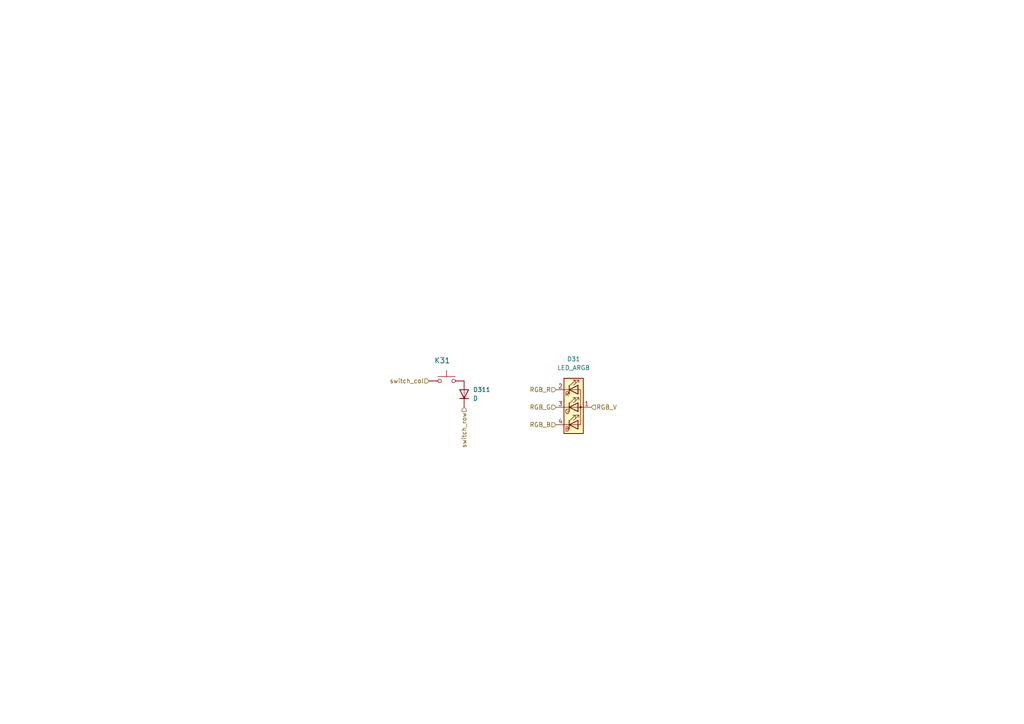
<source format=kicad_sch>
(kicad_sch (version 20231120) (generator "eeschema") (generator_version "8.0")
  (paper "A4")
  (lib_symbols
    (symbol "Device:D" (pin_numbers hide) (pin_names (offset 1.016) hide)
      (property "Reference" "D" (at 0 2.54 0))
      (property "Value" "D" (at 0 -2.54 0))
      (symbol "D_0_1"
        (polyline (pts (xy -1.27 1.27) (xy -1.27 -1.27)) (stroke (width 0.254)))
        (polyline (pts (xy 1.27 0) (xy -1.27 0)))
        (polyline (pts (xy 1.27 1.27) (xy 1.27 -1.27) (xy -1.27 0) (xy 1.27 1.27)) (stroke (width 0.254)))
      )
      (symbol "D_1_1"
        (pin passive line (at -3.81 0 0) (length 2.54) (name "K") (number "1"))
        (pin passive line (at 3.81 0 180) (length 2.54) (name "A") (number "2"))
      )
    )
    (symbol "Device:LED_ARGB" (pin_names (offset 0) hide)
      (property "Reference" "D" (at 0 9.398 0))
      (property "Value" "LED_ARGB" (at 0 -8.89 0))
      (symbol "LED_ARGB_0_0"
        (text "B" (at -1.905 -6.35 0) (effects (font (size 1.27 1.27))))
        (text "G" (at -1.905 -1.27 0) (effects (font (size 1.27 1.27))))
        (text "R" (at -1.905 3.81 0) (effects (font (size 1.27 1.27))))
      )
      (symbol "LED_ARGB_0_1"
        (polyline (pts (xy -1.27 -5.08) (xy -2.54 -5.08)))
        (polyline (pts (xy -1.27 -5.08) (xy 1.27 -5.08)))
        (polyline (pts (xy -1.27 -3.81) (xy -1.27 -6.35)) (stroke (width 0.254)))
        (polyline (pts (xy -1.27 0) (xy -2.54 0)))
        (polyline (pts (xy -1.27 1.27) (xy -1.27 -1.27)) (stroke (width 0.254)))
        (polyline (pts (xy -1.27 5.08) (xy -2.54 5.08)))
        (polyline (pts (xy -1.27 5.08) (xy 1.27 5.08)))
        (polyline (pts (xy -1.27 6.35) (xy -1.27 3.81)) (stroke (width 0.254)))
        (polyline (pts (xy 1.27 0) (xy -1.27 0)))
        (polyline (pts (xy 1.27 0) (xy 2.54 0)))
        (polyline (pts (xy -1.27 1.27) (xy -1.27 -1.27) (xy -1.27 -1.27)))
        (polyline (pts (xy -1.27 6.35) (xy -1.27 3.81) (xy -1.27 3.81)))
        (polyline (pts (xy 1.27 -5.08) (xy 2.032 -5.08) (xy 2.032 5.08) (xy 1.27 5.08)))
        (polyline (pts (xy 1.27 -3.81) (xy 1.27 -6.35) (xy -1.27 -5.08) (xy 1.27 -3.81)) (stroke (width 0.254)))
        (polyline (pts (xy 1.27 1.27) (xy 1.27 -1.27) (xy -1.27 0) (xy 1.27 1.27)) (stroke (width 0.254)))
        (polyline (pts (xy 1.27 6.35) (xy 1.27 3.81) (xy -1.27 5.08) (xy 1.27 6.35)) (stroke (width 0.254)))
        (polyline (pts (xy -1.016 -3.81) (xy 0.508 -2.286) (xy -0.254 -2.286) (xy 0.508 -2.286) (xy 0.508 -3.048)))
        (polyline (pts (xy -1.016 1.27) (xy 0.508 2.794) (xy -0.254 2.794) (xy 0.508 2.794) (xy 0.508 2.032)))
        (polyline (pts (xy -1.016 6.35) (xy 0.508 7.874) (xy -0.254 7.874) (xy 0.508 7.874) (xy 0.508 7.112)))
        (polyline (pts (xy 0 -3.81) (xy 1.524 -2.286) (xy 0.762 -2.286) (xy 1.524 -2.286) (xy 1.524 -3.048)))
        (polyline (pts (xy 0 1.27) (xy 1.524 2.794) (xy 0.762 2.794) (xy 1.524 2.794) (xy 1.524 2.032)))
        (polyline (pts (xy 0 6.35) (xy 1.524 7.874) (xy 0.762 7.874) (xy 1.524 7.874) (xy 1.524 7.112)))
        (rectangle (start 1.27 -1.27) (end 1.27 1.27))
        (rectangle (start 1.27 1.27) (end 1.27 1.27))
        (rectangle (start 1.27 3.81) (end 1.27 6.35))
        (rectangle (start 1.27 6.35) (end 1.27 6.35))
        (circle (center 2.032 0) (radius 0.254) (fill (type outline)))
        (rectangle (start 2.794 8.382) (end -2.794 -7.62) (stroke (width 0.254)) (fill (type background)))
      )
      (symbol "LED_ARGB_1_1"
        (pin passive line (at 5.08 0 180) (length 2.54) (name "A") (number "1"))
        (pin passive line (at -5.08 5.08 0) (length 2.54) (name "RK") (number "2"))
        (pin passive line (at -5.08 0 0) (length 2.54) (name "GK") (number "3"))
        (pin passive line (at -5.08 -5.08 0) (length 2.54) (name "BK") (number "4"))
      )
    )
    (symbol "Switch:SW_Push" (pin_numbers hide) (pin_names (offset 1.016) hide)
      (property "Reference" "SW" (at 1.27 2.54 0))
      (property "Value" "SW_Push" (at 0 -1.524 0))
      (symbol "SW_Push_0_1"
        (circle (center -2.032 0) (radius 0.508))
        (polyline (pts (xy 0 1.27) (xy 0 3.048)))
        (polyline (pts (xy 2.54 1.27) (xy -2.54 1.27)))
        (circle (center 2.032 0) (radius 0.508))
        (pin passive line (at -5.08 0 0) (length 2.54) (name "1") (number "1"))
        (pin passive line (at 5.08 0 180) (length 2.54) (name "2") (number "2"))
      )
    )
  )
  (hierarchical_label "RGB_G" (shape input) (at 161.29 118.11 180))
  (hierarchical_label "RGB_R" (shape input) (at 161.29 113.03 180))
  (hierarchical_label "RGB_B" (shape input) (at 161.29 123.19 180))
  (hierarchical_label "switch_row" (shape input) (at 134.62 118.11 270))
  (hierarchical_label "switch_col" (shape input) (at 124.46 110.49 180))
  (hierarchical_label "RGB_V" (shape input) (at 171.45 118.11 0))
  (symbol (lib_id "Device:D") (at 134.62 114.3 90) (unit 1)
    (property "Reference" "D111" (at 137.16 113.0299 90) (effects (justify right)))
    (property "Value" "D" (at 137.16 115.5699 90) (effects (justify right)))
    (property "Footprint" "Diode_SMD:D_SOD-123" (effects (hide yes)))
    (property "Description" "Diode" (effects (hide yes)))
    (property "Sim.Device" "D" (effects (hide yes)))
    (property "Sim.Pins" "1=K 2=A" (effects (hide yes)))
    (instances (project "ortho_half" (path "" (reference "D311") (unit 1)) (path "" (reference "D511") (unit 1)) (path "" (reference "D411") (unit 1)) (path "" (reference "D111") (unit 1)) (path "" (reference "D211") (unit 1))))
  )
  (symbol (lib_id "Switch:SW_Push") (at 129.54 110.49 0) (unit 1)
    (property "Reference" "K11" (at 128.27 104.5718 0) (effects (font (size 1.524 1.524))))
    (property "Value" "KEYSW" (effects (hide yes)))
    (property "Footprint" "vladkvit_keyb:MX_switch_hotswap_150" (effects (hide yes)))
    (property "Description" "Push button switch, generic, two pins" (effects (hide yes)))
    (instances (project "ortho_half" (path "" (reference "K31") (unit 1)) (path "" (reference "K51") (unit 1)) (path "" (reference "K41") (unit 1)) (path "" (reference "K11") (unit 1)) (path "" (reference "K21") (unit 1))))
  )
  (symbol (lib_id "Device:LED_ARGB") (at 166.37 118.11 0) (unit 1)
    (property "Reference" "D11" (at 166.37 104.14 0))
    (property "Value" "LED_ARGB" (at 166.37 106.68 0))
    (property "Footprint" "vladkvit_keyb:MX_RGB" (effects (hide yes)))
    (property "Description" "RGB LED, anode/red/green/blue" (effects (hide yes)))
    (instances (project "ortho_half" (path "" (reference "D31") (unit 1)) (path "" (reference "D51") (unit 1)) (path "" (reference "D41") (unit 1)) (path "" (reference "D11") (unit 1)) (path "" (reference "D21") (unit 1))))
  )
)
</source>
